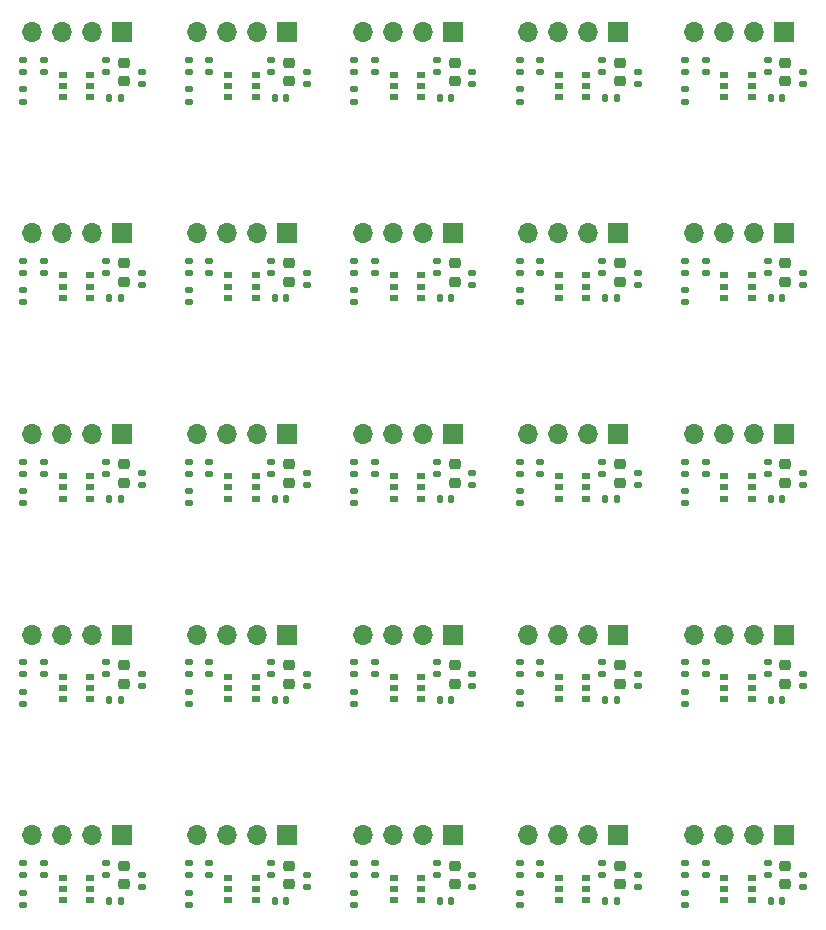
<source format=gbr>
%TF.GenerationSoftware,KiCad,Pcbnew,7.0.1*%
%TF.CreationDate,2024-10-11T23:35:26-04:00*%
%TF.ProjectId,TrackRing-panel,54726163-6b52-4696-9e67-2d70616e656c,rev?*%
%TF.SameCoordinates,Original*%
%TF.FileFunction,Soldermask,Top*%
%TF.FilePolarity,Negative*%
%FSLAX46Y46*%
G04 Gerber Fmt 4.6, Leading zero omitted, Abs format (unit mm)*
G04 Created by KiCad (PCBNEW 7.0.1) date 2024-10-11 23:35:26*
%MOMM*%
%LPD*%
G01*
G04 APERTURE LIST*
G04 Aperture macros list*
%AMRoundRect*
0 Rectangle with rounded corners*
0 $1 Rounding radius*
0 $2 $3 $4 $5 $6 $7 $8 $9 X,Y pos of 4 corners*
0 Add a 4 corners polygon primitive as box body*
4,1,4,$2,$3,$4,$5,$6,$7,$8,$9,$2,$3,0*
0 Add four circle primitives for the rounded corners*
1,1,$1+$1,$2,$3*
1,1,$1+$1,$4,$5*
1,1,$1+$1,$6,$7*
1,1,$1+$1,$8,$9*
0 Add four rect primitives between the rounded corners*
20,1,$1+$1,$2,$3,$4,$5,0*
20,1,$1+$1,$4,$5,$6,$7,0*
20,1,$1+$1,$6,$7,$8,$9,0*
20,1,$1+$1,$8,$9,$2,$3,0*%
G04 Aperture macros list end*
%ADD10R,1.700000X1.700000*%
%ADD11O,1.700000X1.700000*%
%ADD12RoundRect,0.135000X-0.185000X0.135000X-0.185000X-0.135000X0.185000X-0.135000X0.185000X0.135000X0*%
%ADD13RoundRect,0.140000X0.140000X0.170000X-0.140000X0.170000X-0.140000X-0.170000X0.140000X-0.170000X0*%
%ADD14RoundRect,0.218750X0.256250X-0.218750X0.256250X0.218750X-0.256250X0.218750X-0.256250X-0.218750X0*%
%ADD15RoundRect,0.135000X0.185000X-0.135000X0.185000X0.135000X-0.185000X0.135000X-0.185000X-0.135000X0*%
%ADD16R,0.700000X0.510000*%
G04 APERTURE END LIST*
D10*
%TO.C,J1*%
X138350000Y-28650000D03*
D11*
X135810000Y-28650000D03*
X133270000Y-28650000D03*
X130730000Y-28650000D03*
%TD*%
D10*
%TO.C,J1*%
X166350000Y-79650000D03*
D11*
X163810000Y-79650000D03*
X161270000Y-79650000D03*
X158730000Y-79650000D03*
%TD*%
D10*
%TO.C,J1*%
X180350000Y-28650000D03*
D11*
X177810000Y-28650000D03*
X175270000Y-28650000D03*
X172730000Y-28650000D03*
%TD*%
D10*
%TO.C,J1*%
X152350000Y-45650000D03*
D11*
X149810000Y-45650000D03*
X147270000Y-45650000D03*
X144730000Y-45650000D03*
%TD*%
D10*
%TO.C,J1*%
X166350000Y-45650000D03*
D11*
X163810000Y-45650000D03*
X161270000Y-45650000D03*
X158730000Y-45650000D03*
%TD*%
D10*
%TO.C,J1*%
X124350000Y-62650000D03*
D11*
X121810000Y-62650000D03*
X119270000Y-62650000D03*
X116730000Y-62650000D03*
%TD*%
D10*
%TO.C,J1*%
X180350000Y-45650000D03*
D11*
X177810000Y-45650000D03*
X175270000Y-45650000D03*
X172730000Y-45650000D03*
%TD*%
D10*
%TO.C,J1*%
X166350000Y-28650000D03*
D11*
X163810000Y-28650000D03*
X161270000Y-28650000D03*
X158730000Y-28650000D03*
%TD*%
D10*
%TO.C,J1*%
X138350000Y-45650000D03*
D11*
X135810000Y-45650000D03*
X133270000Y-45650000D03*
X130730000Y-45650000D03*
%TD*%
D10*
%TO.C,J1*%
X124350000Y-28650000D03*
D11*
X121810000Y-28650000D03*
X119270000Y-28650000D03*
X116730000Y-28650000D03*
%TD*%
D10*
%TO.C,J1*%
X124350000Y-45650000D03*
D11*
X121810000Y-45650000D03*
X119270000Y-45650000D03*
X116730000Y-45650000D03*
%TD*%
D10*
%TO.C,J1*%
X152350000Y-28650000D03*
D11*
X149810000Y-28650000D03*
X147270000Y-28650000D03*
X144730000Y-28650000D03*
%TD*%
D10*
%TO.C,J1*%
X180350000Y-79650000D03*
D11*
X177810000Y-79650000D03*
X175270000Y-79650000D03*
X172730000Y-79650000D03*
%TD*%
D10*
%TO.C,J1*%
X138350000Y-62650000D03*
D11*
X135810000Y-62650000D03*
X133270000Y-62650000D03*
X130730000Y-62650000D03*
%TD*%
D10*
%TO.C,J1*%
X124350000Y-96650000D03*
D11*
X121810000Y-96650000D03*
X119270000Y-96650000D03*
X116730000Y-96650000D03*
%TD*%
D10*
%TO.C,J1*%
X124350000Y-79650000D03*
D11*
X121810000Y-79650000D03*
X119270000Y-79650000D03*
X116730000Y-79650000D03*
%TD*%
D10*
%TO.C,J1*%
X138350000Y-96650000D03*
D11*
X135810000Y-96650000D03*
X133270000Y-96650000D03*
X130730000Y-96650000D03*
%TD*%
D10*
%TO.C,J1*%
X166350000Y-62650000D03*
D11*
X163810000Y-62650000D03*
X161270000Y-62650000D03*
X158730000Y-62650000D03*
%TD*%
D10*
%TO.C,J1*%
X152350000Y-62650000D03*
D11*
X149810000Y-62650000D03*
X147270000Y-62650000D03*
X144730000Y-62650000D03*
%TD*%
D10*
%TO.C,J1*%
X138350000Y-79650000D03*
D11*
X135810000Y-79650000D03*
X133270000Y-79650000D03*
X130730000Y-79650000D03*
%TD*%
D10*
%TO.C,J1*%
X152350000Y-79650000D03*
D11*
X149810000Y-79650000D03*
X147270000Y-79650000D03*
X144730000Y-79650000D03*
%TD*%
D10*
%TO.C,J1*%
X180350000Y-62650000D03*
D11*
X177810000Y-62650000D03*
X175270000Y-62650000D03*
X172730000Y-62650000D03*
%TD*%
D10*
%TO.C,J1*%
X180350000Y-96650000D03*
D11*
X177810000Y-96650000D03*
X175270000Y-96650000D03*
X172730000Y-96650000D03*
%TD*%
D10*
%TO.C,J1*%
X152350000Y-96650000D03*
D11*
X149810000Y-96650000D03*
X147270000Y-96650000D03*
X144730000Y-96650000D03*
%TD*%
D10*
%TO.C,J1*%
X166350000Y-96650000D03*
D11*
X163810000Y-96650000D03*
X161270000Y-96650000D03*
X158730000Y-96650000D03*
%TD*%
D12*
%TO.C,R2*%
X116000000Y-30990000D03*
X116000000Y-32010000D03*
%TD*%
%TO.C,R2*%
X144000000Y-30990000D03*
X144000000Y-32010000D03*
%TD*%
%TO.C,R2*%
X116000000Y-47990000D03*
X116000000Y-49010000D03*
%TD*%
%TO.C,R2*%
X130000000Y-30990000D03*
X130000000Y-32010000D03*
%TD*%
%TO.C,R2*%
X158000000Y-30990000D03*
X158000000Y-32010000D03*
%TD*%
%TO.C,R2*%
X158000000Y-81990000D03*
X158000000Y-83010000D03*
%TD*%
%TO.C,R2*%
X172000000Y-30990000D03*
X172000000Y-32010000D03*
%TD*%
%TO.C,R2*%
X144000000Y-47990000D03*
X144000000Y-49010000D03*
%TD*%
%TO.C,R2*%
X130000000Y-47990000D03*
X130000000Y-49010000D03*
%TD*%
%TO.C,R2*%
X172000000Y-47990000D03*
X172000000Y-49010000D03*
%TD*%
%TO.C,R2*%
X116000000Y-64990000D03*
X116000000Y-66010000D03*
%TD*%
%TO.C,R2*%
X144000000Y-64990000D03*
X144000000Y-66010000D03*
%TD*%
%TO.C,R2*%
X158000000Y-64990000D03*
X158000000Y-66010000D03*
%TD*%
%TO.C,R2*%
X172000000Y-64990000D03*
X172000000Y-66010000D03*
%TD*%
%TO.C,R2*%
X130000000Y-64990000D03*
X130000000Y-66010000D03*
%TD*%
%TO.C,R2*%
X116000000Y-81990000D03*
X116000000Y-83010000D03*
%TD*%
%TO.C,R2*%
X158000000Y-47990000D03*
X158000000Y-49010000D03*
%TD*%
%TO.C,R2*%
X130000000Y-81990000D03*
X130000000Y-83010000D03*
%TD*%
%TO.C,R2*%
X144000000Y-81990000D03*
X144000000Y-83010000D03*
%TD*%
%TO.C,R2*%
X144000000Y-98990000D03*
X144000000Y-100010000D03*
%TD*%
%TO.C,R2*%
X158000000Y-98990000D03*
X158000000Y-100010000D03*
%TD*%
%TO.C,R2*%
X116000000Y-98990000D03*
X116000000Y-100010000D03*
%TD*%
%TO.C,R2*%
X172000000Y-81990000D03*
X172000000Y-83010000D03*
%TD*%
%TO.C,R2*%
X130000000Y-98990000D03*
X130000000Y-100010000D03*
%TD*%
%TO.C,R2*%
X172000000Y-98990000D03*
X172000000Y-100010000D03*
%TD*%
D13*
%TO.C,C1*%
X124230000Y-34175000D03*
X123270000Y-34175000D03*
%TD*%
%TO.C,C1*%
X166230000Y-85175000D03*
X165270000Y-85175000D03*
%TD*%
%TO.C,C1*%
X166230000Y-34175000D03*
X165270000Y-34175000D03*
%TD*%
%TO.C,C1*%
X152230000Y-34175000D03*
X151270000Y-34175000D03*
%TD*%
%TO.C,C1*%
X138230000Y-51175000D03*
X137270000Y-51175000D03*
%TD*%
%TO.C,C1*%
X152230000Y-51175000D03*
X151270000Y-51175000D03*
%TD*%
%TO.C,C1*%
X124230000Y-51175000D03*
X123270000Y-51175000D03*
%TD*%
%TO.C,C1*%
X180230000Y-51175000D03*
X179270000Y-51175000D03*
%TD*%
%TO.C,C1*%
X166230000Y-51175000D03*
X165270000Y-51175000D03*
%TD*%
%TO.C,C1*%
X124230000Y-68175000D03*
X123270000Y-68175000D03*
%TD*%
%TO.C,C1*%
X138230000Y-34175000D03*
X137270000Y-34175000D03*
%TD*%
%TO.C,C1*%
X180230000Y-34175000D03*
X179270000Y-34175000D03*
%TD*%
%TO.C,C1*%
X180230000Y-68175000D03*
X179270000Y-68175000D03*
%TD*%
%TO.C,C1*%
X138230000Y-85175000D03*
X137270000Y-85175000D03*
%TD*%
%TO.C,C1*%
X152230000Y-85175000D03*
X151270000Y-85175000D03*
%TD*%
%TO.C,C1*%
X138230000Y-68175000D03*
X137270000Y-68175000D03*
%TD*%
%TO.C,C1*%
X166230000Y-68175000D03*
X165270000Y-68175000D03*
%TD*%
%TO.C,C1*%
X124230000Y-102175000D03*
X123270000Y-102175000D03*
%TD*%
%TO.C,C1*%
X138230000Y-102175000D03*
X137270000Y-102175000D03*
%TD*%
%TO.C,C1*%
X124230000Y-85175000D03*
X123270000Y-85175000D03*
%TD*%
%TO.C,C1*%
X180230000Y-85175000D03*
X179270000Y-85175000D03*
%TD*%
%TO.C,C1*%
X152230000Y-68175000D03*
X151270000Y-68175000D03*
%TD*%
%TO.C,C1*%
X152230000Y-102175000D03*
X151270000Y-102175000D03*
%TD*%
%TO.C,C1*%
X180230000Y-102175000D03*
X179270000Y-102175000D03*
%TD*%
%TO.C,C1*%
X166230000Y-102175000D03*
X165270000Y-102175000D03*
%TD*%
D14*
%TO.C,D1*%
X124500000Y-49787500D03*
X124500000Y-48212500D03*
%TD*%
%TO.C,D1*%
X152500000Y-32787500D03*
X152500000Y-31212500D03*
%TD*%
%TO.C,D1*%
X166500000Y-32787500D03*
X166500000Y-31212500D03*
%TD*%
%TO.C,D1*%
X180500000Y-32787500D03*
X180500000Y-31212500D03*
%TD*%
%TO.C,D1*%
X138500000Y-32787500D03*
X138500000Y-31212500D03*
%TD*%
%TO.C,D1*%
X166500000Y-83787500D03*
X166500000Y-82212500D03*
%TD*%
%TO.C,D1*%
X124500000Y-32787500D03*
X124500000Y-31212500D03*
%TD*%
%TO.C,D1*%
X166500000Y-49787500D03*
X166500000Y-48212500D03*
%TD*%
%TO.C,D1*%
X180500000Y-49787500D03*
X180500000Y-48212500D03*
%TD*%
%TO.C,D1*%
X138500000Y-66787500D03*
X138500000Y-65212500D03*
%TD*%
%TO.C,D1*%
X180500000Y-66787500D03*
X180500000Y-65212500D03*
%TD*%
%TO.C,D1*%
X152500000Y-66787500D03*
X152500000Y-65212500D03*
%TD*%
%TO.C,D1*%
X166500000Y-66787500D03*
X166500000Y-65212500D03*
%TD*%
%TO.C,D1*%
X138500000Y-49787500D03*
X138500000Y-48212500D03*
%TD*%
%TO.C,D1*%
X124500000Y-83787500D03*
X124500000Y-82212500D03*
%TD*%
%TO.C,D1*%
X152500000Y-49787500D03*
X152500000Y-48212500D03*
%TD*%
%TO.C,D1*%
X124500000Y-66787500D03*
X124500000Y-65212500D03*
%TD*%
%TO.C,D1*%
X124500000Y-100787500D03*
X124500000Y-99212500D03*
%TD*%
%TO.C,D1*%
X166500000Y-100787500D03*
X166500000Y-99212500D03*
%TD*%
%TO.C,D1*%
X152500000Y-83787500D03*
X152500000Y-82212500D03*
%TD*%
%TO.C,D1*%
X138500000Y-100787500D03*
X138500000Y-99212500D03*
%TD*%
%TO.C,D1*%
X152500000Y-100787500D03*
X152500000Y-99212500D03*
%TD*%
%TO.C,D1*%
X138500000Y-83787500D03*
X138500000Y-82212500D03*
%TD*%
%TO.C,D1*%
X180500000Y-83787500D03*
X180500000Y-82212500D03*
%TD*%
%TO.C,D1*%
X180500000Y-100787500D03*
X180500000Y-99212500D03*
%TD*%
D15*
%TO.C,R4*%
X130000000Y-34510000D03*
X130000000Y-33490000D03*
%TD*%
%TO.C,R4*%
X158000000Y-85510000D03*
X158000000Y-84490000D03*
%TD*%
%TO.C,R4*%
X116000000Y-51510000D03*
X116000000Y-50490000D03*
%TD*%
%TO.C,R4*%
X144000000Y-34510000D03*
X144000000Y-33490000D03*
%TD*%
%TO.C,R4*%
X158000000Y-34510000D03*
X158000000Y-33490000D03*
%TD*%
%TO.C,R4*%
X172000000Y-34510000D03*
X172000000Y-33490000D03*
%TD*%
%TO.C,R4*%
X130000000Y-51510000D03*
X130000000Y-50490000D03*
%TD*%
%TO.C,R4*%
X144000000Y-51510000D03*
X144000000Y-50490000D03*
%TD*%
%TO.C,R4*%
X116000000Y-34510000D03*
X116000000Y-33490000D03*
%TD*%
%TO.C,R4*%
X158000000Y-51510000D03*
X158000000Y-50490000D03*
%TD*%
%TO.C,R4*%
X116000000Y-68510000D03*
X116000000Y-67490000D03*
%TD*%
%TO.C,R4*%
X172000000Y-51510000D03*
X172000000Y-50490000D03*
%TD*%
%TO.C,R4*%
X130000000Y-68510000D03*
X130000000Y-67490000D03*
%TD*%
%TO.C,R4*%
X158000000Y-68510000D03*
X158000000Y-67490000D03*
%TD*%
%TO.C,R4*%
X116000000Y-102510000D03*
X116000000Y-101490000D03*
%TD*%
%TO.C,R4*%
X116000000Y-85510000D03*
X116000000Y-84490000D03*
%TD*%
%TO.C,R4*%
X158000000Y-102510000D03*
X158000000Y-101490000D03*
%TD*%
%TO.C,R4*%
X130000000Y-102510000D03*
X130000000Y-101490000D03*
%TD*%
%TO.C,R4*%
X144000000Y-85510000D03*
X144000000Y-84490000D03*
%TD*%
%TO.C,R4*%
X172000000Y-102510000D03*
X172000000Y-101490000D03*
%TD*%
%TO.C,R4*%
X172000000Y-68510000D03*
X172000000Y-67490000D03*
%TD*%
%TO.C,R4*%
X144000000Y-68510000D03*
X144000000Y-67490000D03*
%TD*%
%TO.C,R4*%
X172000000Y-85510000D03*
X172000000Y-84490000D03*
%TD*%
%TO.C,R4*%
X144000000Y-102510000D03*
X144000000Y-101490000D03*
%TD*%
%TO.C,R4*%
X130000000Y-85510000D03*
X130000000Y-84490000D03*
%TD*%
D12*
%TO.C,R1*%
X159750000Y-30990000D03*
X159750000Y-32010000D03*
%TD*%
%TO.C,R1*%
X131750000Y-47990000D03*
X131750000Y-49010000D03*
%TD*%
%TO.C,R1*%
X145750000Y-47990000D03*
X145750000Y-49010000D03*
%TD*%
%TO.C,R1*%
X117750000Y-30990000D03*
X117750000Y-32010000D03*
%TD*%
%TO.C,R1*%
X145750000Y-30990000D03*
X145750000Y-32010000D03*
%TD*%
%TO.C,R1*%
X173750000Y-30990000D03*
X173750000Y-32010000D03*
%TD*%
%TO.C,R1*%
X131750000Y-30990000D03*
X131750000Y-32010000D03*
%TD*%
%TO.C,R1*%
X117750000Y-47990000D03*
X117750000Y-49010000D03*
%TD*%
%TO.C,R1*%
X159750000Y-81990000D03*
X159750000Y-83010000D03*
%TD*%
%TO.C,R1*%
X159750000Y-98990000D03*
X159750000Y-100010000D03*
%TD*%
%TO.C,R1*%
X173750000Y-47990000D03*
X173750000Y-49010000D03*
%TD*%
%TO.C,R1*%
X159750000Y-64990000D03*
X159750000Y-66010000D03*
%TD*%
%TO.C,R1*%
X145750000Y-81990000D03*
X145750000Y-83010000D03*
%TD*%
%TO.C,R1*%
X131750000Y-64990000D03*
X131750000Y-66010000D03*
%TD*%
%TO.C,R1*%
X145750000Y-64990000D03*
X145750000Y-66010000D03*
%TD*%
%TO.C,R1*%
X173750000Y-64990000D03*
X173750000Y-66010000D03*
%TD*%
%TO.C,R1*%
X173750000Y-81990000D03*
X173750000Y-83010000D03*
%TD*%
%TO.C,R1*%
X131750000Y-98990000D03*
X131750000Y-100010000D03*
%TD*%
%TO.C,R1*%
X145750000Y-98990000D03*
X145750000Y-100010000D03*
%TD*%
%TO.C,R1*%
X159750000Y-47990000D03*
X159750000Y-49010000D03*
%TD*%
%TO.C,R1*%
X173750000Y-98990000D03*
X173750000Y-100010000D03*
%TD*%
%TO.C,R1*%
X117750000Y-64990000D03*
X117750000Y-66010000D03*
%TD*%
%TO.C,R1*%
X131750000Y-81990000D03*
X131750000Y-83010000D03*
%TD*%
%TO.C,R1*%
X117750000Y-81990000D03*
X117750000Y-83010000D03*
%TD*%
%TO.C,R1*%
X117750000Y-98990000D03*
X117750000Y-100010000D03*
%TD*%
D15*
%TO.C,R5*%
X140000000Y-33010000D03*
X140000000Y-31990000D03*
%TD*%
%TO.C,R5*%
X168000000Y-33010000D03*
X168000000Y-31990000D03*
%TD*%
%TO.C,R5*%
X154000000Y-33010000D03*
X154000000Y-31990000D03*
%TD*%
%TO.C,R5*%
X168000000Y-84010000D03*
X168000000Y-82990000D03*
%TD*%
%TO.C,R5*%
X126000000Y-33010000D03*
X126000000Y-31990000D03*
%TD*%
%TO.C,R5*%
X154000000Y-101010000D03*
X154000000Y-99990000D03*
%TD*%
%TO.C,R5*%
X140000000Y-50010000D03*
X140000000Y-48990000D03*
%TD*%
%TO.C,R5*%
X182000000Y-101010000D03*
X182000000Y-99990000D03*
%TD*%
%TO.C,R5*%
X154000000Y-84010000D03*
X154000000Y-82990000D03*
%TD*%
%TO.C,R5*%
X182000000Y-50010000D03*
X182000000Y-48990000D03*
%TD*%
%TO.C,R5*%
X140000000Y-67010000D03*
X140000000Y-65990000D03*
%TD*%
%TO.C,R5*%
X126000000Y-67010000D03*
X126000000Y-65990000D03*
%TD*%
%TO.C,R5*%
X126000000Y-84010000D03*
X126000000Y-82990000D03*
%TD*%
%TO.C,R5*%
X154000000Y-50010000D03*
X154000000Y-48990000D03*
%TD*%
%TO.C,R5*%
X182000000Y-67010000D03*
X182000000Y-65990000D03*
%TD*%
%TO.C,R5*%
X182000000Y-33010000D03*
X182000000Y-31990000D03*
%TD*%
%TO.C,R5*%
X154000000Y-67010000D03*
X154000000Y-65990000D03*
%TD*%
%TO.C,R5*%
X140000000Y-84010000D03*
X140000000Y-82990000D03*
%TD*%
%TO.C,R5*%
X168000000Y-67010000D03*
X168000000Y-65990000D03*
%TD*%
%TO.C,R5*%
X126000000Y-101010000D03*
X126000000Y-99990000D03*
%TD*%
%TO.C,R5*%
X126000000Y-50010000D03*
X126000000Y-48990000D03*
%TD*%
%TO.C,R5*%
X168000000Y-50010000D03*
X168000000Y-48990000D03*
%TD*%
%TO.C,R5*%
X182000000Y-84010000D03*
X182000000Y-82990000D03*
%TD*%
%TO.C,R5*%
X140000000Y-101010000D03*
X140000000Y-99990000D03*
%TD*%
%TO.C,R5*%
X168000000Y-101010000D03*
X168000000Y-99990000D03*
%TD*%
D16*
%TO.C,U1*%
X161340000Y-83225000D03*
X161340000Y-84175000D03*
X161340000Y-85125000D03*
X163660000Y-85125000D03*
X163660000Y-84175000D03*
X163660000Y-83225000D03*
%TD*%
%TO.C,U1*%
X133340000Y-66225000D03*
X133340000Y-67175000D03*
X133340000Y-68125000D03*
X135660000Y-68125000D03*
X135660000Y-67175000D03*
X135660000Y-66225000D03*
%TD*%
%TO.C,U1*%
X147340000Y-32225000D03*
X147340000Y-33175000D03*
X147340000Y-34125000D03*
X149660000Y-34125000D03*
X149660000Y-33175000D03*
X149660000Y-32225000D03*
%TD*%
%TO.C,U1*%
X147340000Y-100225000D03*
X147340000Y-101175000D03*
X147340000Y-102125000D03*
X149660000Y-102125000D03*
X149660000Y-101175000D03*
X149660000Y-100225000D03*
%TD*%
%TO.C,U1*%
X175340000Y-100225000D03*
X175340000Y-101175000D03*
X175340000Y-102125000D03*
X177660000Y-102125000D03*
X177660000Y-101175000D03*
X177660000Y-100225000D03*
%TD*%
%TO.C,U1*%
X119340000Y-32225000D03*
X119340000Y-33175000D03*
X119340000Y-34125000D03*
X121660000Y-34125000D03*
X121660000Y-33175000D03*
X121660000Y-32225000D03*
%TD*%
%TO.C,U1*%
X161340000Y-32225000D03*
X161340000Y-33175000D03*
X161340000Y-34125000D03*
X163660000Y-34125000D03*
X163660000Y-33175000D03*
X163660000Y-32225000D03*
%TD*%
%TO.C,U1*%
X175340000Y-49225000D03*
X175340000Y-50175000D03*
X175340000Y-51125000D03*
X177660000Y-51125000D03*
X177660000Y-50175000D03*
X177660000Y-49225000D03*
%TD*%
%TO.C,U1*%
X161340000Y-49225000D03*
X161340000Y-50175000D03*
X161340000Y-51125000D03*
X163660000Y-51125000D03*
X163660000Y-50175000D03*
X163660000Y-49225000D03*
%TD*%
%TO.C,U1*%
X175340000Y-66225000D03*
X175340000Y-67175000D03*
X175340000Y-68125000D03*
X177660000Y-68125000D03*
X177660000Y-67175000D03*
X177660000Y-66225000D03*
%TD*%
%TO.C,U1*%
X119340000Y-49225000D03*
X119340000Y-50175000D03*
X119340000Y-51125000D03*
X121660000Y-51125000D03*
X121660000Y-50175000D03*
X121660000Y-49225000D03*
%TD*%
%TO.C,U1*%
X133340000Y-83225000D03*
X133340000Y-84175000D03*
X133340000Y-85125000D03*
X135660000Y-85125000D03*
X135660000Y-84175000D03*
X135660000Y-83225000D03*
%TD*%
%TO.C,U1*%
X119340000Y-83225000D03*
X119340000Y-84175000D03*
X119340000Y-85125000D03*
X121660000Y-85125000D03*
X121660000Y-84175000D03*
X121660000Y-83225000D03*
%TD*%
%TO.C,U1*%
X133340000Y-32225000D03*
X133340000Y-33175000D03*
X133340000Y-34125000D03*
X135660000Y-34125000D03*
X135660000Y-33175000D03*
X135660000Y-32225000D03*
%TD*%
%TO.C,U1*%
X175340000Y-32225000D03*
X175340000Y-33175000D03*
X175340000Y-34125000D03*
X177660000Y-34125000D03*
X177660000Y-33175000D03*
X177660000Y-32225000D03*
%TD*%
%TO.C,U1*%
X133340000Y-49225000D03*
X133340000Y-50175000D03*
X133340000Y-51125000D03*
X135660000Y-51125000D03*
X135660000Y-50175000D03*
X135660000Y-49225000D03*
%TD*%
%TO.C,U1*%
X161340000Y-66225000D03*
X161340000Y-67175000D03*
X161340000Y-68125000D03*
X163660000Y-68125000D03*
X163660000Y-67175000D03*
X163660000Y-66225000D03*
%TD*%
%TO.C,U1*%
X147340000Y-83225000D03*
X147340000Y-84175000D03*
X147340000Y-85125000D03*
X149660000Y-85125000D03*
X149660000Y-84175000D03*
X149660000Y-83225000D03*
%TD*%
%TO.C,U1*%
X175340000Y-83225000D03*
X175340000Y-84175000D03*
X175340000Y-85125000D03*
X177660000Y-85125000D03*
X177660000Y-84175000D03*
X177660000Y-83225000D03*
%TD*%
%TO.C,U1*%
X119340000Y-66225000D03*
X119340000Y-67175000D03*
X119340000Y-68125000D03*
X121660000Y-68125000D03*
X121660000Y-67175000D03*
X121660000Y-66225000D03*
%TD*%
%TO.C,U1*%
X119340000Y-100225000D03*
X119340000Y-101175000D03*
X119340000Y-102125000D03*
X121660000Y-102125000D03*
X121660000Y-101175000D03*
X121660000Y-100225000D03*
%TD*%
%TO.C,U1*%
X133340000Y-100225000D03*
X133340000Y-101175000D03*
X133340000Y-102125000D03*
X135660000Y-102125000D03*
X135660000Y-101175000D03*
X135660000Y-100225000D03*
%TD*%
%TO.C,U1*%
X147340000Y-49225000D03*
X147340000Y-50175000D03*
X147340000Y-51125000D03*
X149660000Y-51125000D03*
X149660000Y-50175000D03*
X149660000Y-49225000D03*
%TD*%
%TO.C,U1*%
X147340000Y-66225000D03*
X147340000Y-67175000D03*
X147340000Y-68125000D03*
X149660000Y-68125000D03*
X149660000Y-67175000D03*
X149660000Y-66225000D03*
%TD*%
%TO.C,U1*%
X161340000Y-100225000D03*
X161340000Y-101175000D03*
X161340000Y-102125000D03*
X163660000Y-102125000D03*
X163660000Y-101175000D03*
X163660000Y-100225000D03*
%TD*%
D15*
%TO.C,R3*%
X179000000Y-32010000D03*
X179000000Y-30990000D03*
%TD*%
%TO.C,R3*%
X151000000Y-66010000D03*
X151000000Y-64990000D03*
%TD*%
%TO.C,R3*%
X137000000Y-66010000D03*
X137000000Y-64990000D03*
%TD*%
%TO.C,R3*%
X151000000Y-49010000D03*
X151000000Y-47990000D03*
%TD*%
%TO.C,R3*%
X137000000Y-49010000D03*
X137000000Y-47990000D03*
%TD*%
%TO.C,R3*%
X123000000Y-83010000D03*
X123000000Y-81990000D03*
%TD*%
%TO.C,R3*%
X151000000Y-83010000D03*
X151000000Y-81990000D03*
%TD*%
%TO.C,R3*%
X165000000Y-83010000D03*
X165000000Y-81990000D03*
%TD*%
%TO.C,R3*%
X137000000Y-32010000D03*
X137000000Y-30990000D03*
%TD*%
%TO.C,R3*%
X165000000Y-49010000D03*
X165000000Y-47990000D03*
%TD*%
%TO.C,R3*%
X123000000Y-32010000D03*
X123000000Y-30990000D03*
%TD*%
%TO.C,R3*%
X179000000Y-49010000D03*
X179000000Y-47990000D03*
%TD*%
%TO.C,R3*%
X165000000Y-32010000D03*
X165000000Y-30990000D03*
%TD*%
%TO.C,R3*%
X123000000Y-66010000D03*
X123000000Y-64990000D03*
%TD*%
%TO.C,R3*%
X123000000Y-49010000D03*
X123000000Y-47990000D03*
%TD*%
%TO.C,R3*%
X179000000Y-66010000D03*
X179000000Y-64990000D03*
%TD*%
%TO.C,R3*%
X151000000Y-32010000D03*
X151000000Y-30990000D03*
%TD*%
%TO.C,R3*%
X165000000Y-66010000D03*
X165000000Y-64990000D03*
%TD*%
%TO.C,R3*%
X137000000Y-83010000D03*
X137000000Y-81990000D03*
%TD*%
%TO.C,R3*%
X179000000Y-100010000D03*
X179000000Y-98990000D03*
%TD*%
%TO.C,R3*%
X165000000Y-100010000D03*
X165000000Y-98990000D03*
%TD*%
%TO.C,R3*%
X179000000Y-83010000D03*
X179000000Y-81990000D03*
%TD*%
%TO.C,R3*%
X123000000Y-100010000D03*
X123000000Y-98990000D03*
%TD*%
%TO.C,R3*%
X151000000Y-100010000D03*
X151000000Y-98990000D03*
%TD*%
%TO.C,R3*%
X137000000Y-100010000D03*
X137000000Y-98990000D03*
%TD*%
M02*

</source>
